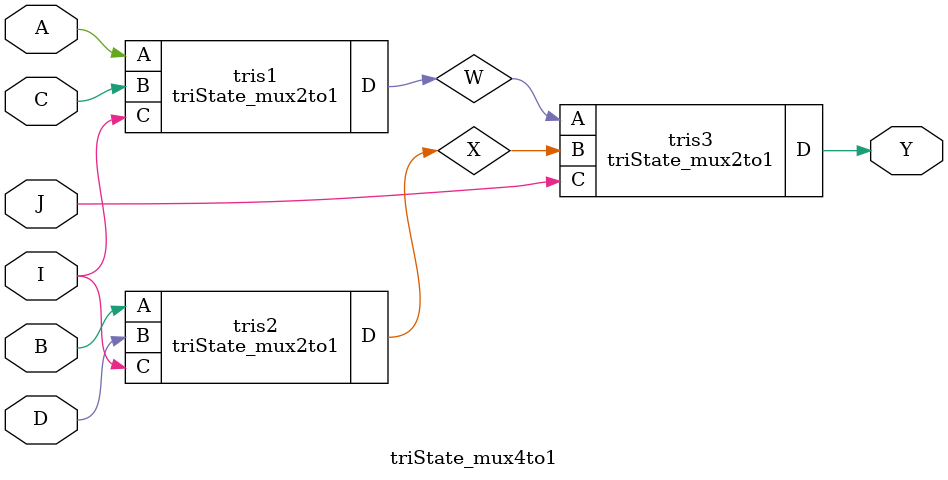
<source format=v>

module triState_mux2to1(A, B, C, D);
   
   output D;
   input  A, B, C; //A & B are the inputs, C is the select line and D is the output
   tri D;

   bufif1 nb1(D, A, C); //selects A when C is 1
   bufif0 nb0(D, B, C); //selects B when C is 0


endmodule

     
module triState_mux4to1(A,B,C,D,I,J,Y);
	output Y;
	input A,B,C,D,I,J;
	tri W,X; // these become input to the last tristate that creates the answer
	
	triState_mux2to1 tris1(A,C,I,W);// one of two wires
	triState_mux2to1 tris2(B,D,I,X);// one of two wires
	triState_mux2to1 tris3(W,X,J,Y);// Y contains the final output
	
endmodule
</source>
